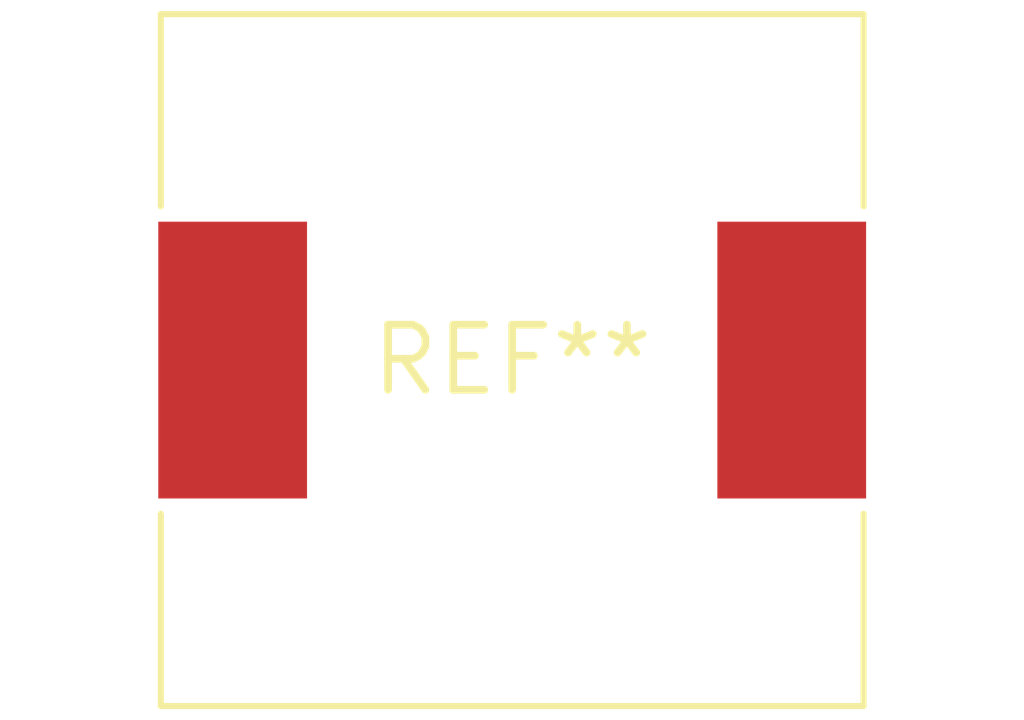
<source format=kicad_pcb>
(kicad_pcb (version 20240108) (generator pcbnew)
  (layers (0 "F.Cu" signal) (31 "B.Cu" signal) (34 "B.Paste" user) (35 "F.Paste" user) (36 "B.SilkS" user "B.Silkscreen") (37 "F.SilkS" user "F.Silkscreen") (38 "B.Mask" user) (39 "F.Mask" user) (44 "Edge.Cuts" user))
  (net 0 "")
  (footprint "L_Wuerth_HCM-1350" (layer "F.Cu") (at 0 0)
    (property "Reference" "REF**")
    (property "Value" "L_Wuerth_HCM-1350")
    (fp_line (start -6.85 -6.75) (end 0 -6.75) (layer "F.SilkS") (stroke (width 0.12)))
    (fp_line (start -6.85 -3) (end -6.85 -6.75) (layer "F.SilkS") (stroke (width 0.12)))
    (fp_line (start -6.85 3) (end -6.85 6.75) (layer "F.SilkS") (stroke (width 0.12)))
    (fp_line (start -6.85 6.75) (end 0 6.75) (layer "F.SilkS") (stroke (width 0.12)))
    (fp_line (start 6.85 -6.75) (end 0 -6.75) (layer "F.SilkS") (stroke (width 0.12)))
    (fp_line (start 6.85 -3) (end 6.85 -6.75) (layer "F.SilkS") (stroke (width 0.12)))
    (fp_line (start 6.85 3) (end 6.85 6.75) (layer "F.SilkS") (stroke (width 0.12)))
    (fp_line (start 6.85 6.75) (end 0 6.75) (layer "F.SilkS") (stroke (width 0.12)))
    (pad "1" smd rect (at -5.45 0) (size 2.9 5.4) (layers "F.Cu" "F.Paste" "F.Mask"))
    (pad "2" smd rect (at 5.45 0) (size 2.9 5.4) (layers "F.Cu" "F.Paste" "F.Mask"))
  )
)
</source>
